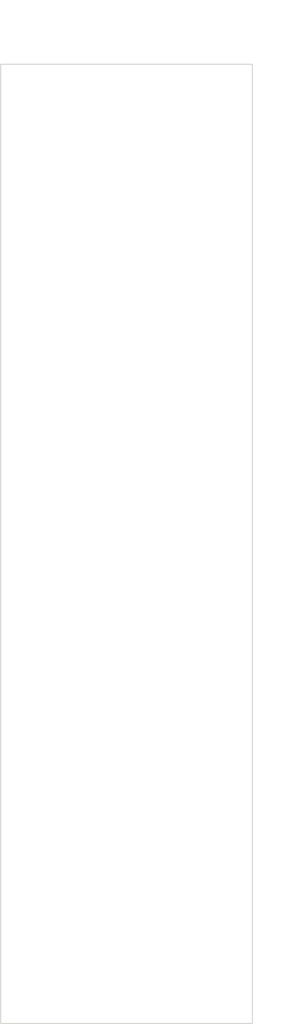
<source format=kicad_pcb>
(kicad_pcb (version 20171130) (host pcbnew "(5.1.7)-1")

  (general
    (thickness 1.6)
    (drawings 6)
    (tracks 0)
    (zones 0)
    (modules 0)
    (nets 1)
  )

  (page A4)
  (layers
    (0 F.Cu signal)
    (31 B.Cu signal)
    (32 B.Adhes user)
    (33 F.Adhes user)
    (34 B.Paste user)
    (35 F.Paste user)
    (36 B.SilkS user)
    (37 F.SilkS user)
    (38 B.Mask user)
    (39 F.Mask user)
    (40 Dwgs.User user)
    (41 Cmts.User user)
    (42 Eco1.User user)
    (43 Eco2.User user)
    (44 Edge.Cuts user)
    (45 Margin user)
    (46 B.CrtYd user)
    (47 F.CrtYd user)
    (48 B.Fab user)
    (49 F.Fab user)
  )

  (setup
    (last_trace_width 0.25)
    (trace_clearance 0.2)
    (zone_clearance 0.508)
    (zone_45_only no)
    (trace_min 0.2)
    (via_size 0.8)
    (via_drill 0.4)
    (via_min_size 0.4)
    (via_min_drill 0.3)
    (uvia_size 0.3)
    (uvia_drill 0.1)
    (uvias_allowed no)
    (uvia_min_size 0.2)
    (uvia_min_drill 0.1)
    (edge_width 0.05)
    (segment_width 0.2)
    (pcb_text_width 0.3)
    (pcb_text_size 1.5 1.5)
    (mod_edge_width 0.12)
    (mod_text_size 1 1)
    (mod_text_width 0.15)
    (pad_size 1.524 1.524)
    (pad_drill 0.762)
    (pad_to_mask_clearance 0)
    (aux_axis_origin 0 0)
    (grid_origin 12 12)
    (visible_elements FFFFFF7F)
    (pcbplotparams
      (layerselection 0x010fc_ffffffff)
      (usegerberextensions false)
      (usegerberattributes true)
      (usegerberadvancedattributes true)
      (creategerberjobfile true)
      (excludeedgelayer true)
      (linewidth 0.100000)
      (plotframeref false)
      (viasonmask false)
      (mode 1)
      (useauxorigin false)
      (hpglpennumber 1)
      (hpglpenspeed 20)
      (hpglpendiameter 15.000000)
      (psnegative false)
      (psa4output false)
      (plotreference true)
      (plotvalue true)
      (plotinvisibletext false)
      (padsonsilk false)
      (subtractmaskfromsilk false)
      (outputformat 1)
      (mirror false)
      (drillshape 1)
      (scaleselection 1)
      (outputdirectory ""))
  )

  (net 0 "")

  (net_class Default "This is the default net class."
    (clearance 0.2)
    (trace_width 0.25)
    (via_dia 0.8)
    (via_drill 0.4)
    (uvia_dia 0.3)
    (uvia_drill 0.1)
  )

  (dimension 100 (width 0.15) (layer Dwgs.User)
    (gr_text "100.000 mm" (at 41.6 62 270) (layer Dwgs.User)
      (effects (font (size 1 1) (thickness 0.15)))
    )
    (feature1 (pts (xy 38.3 112) (xy 40.886421 112)))
    (feature2 (pts (xy 38.3 12) (xy 40.886421 12)))
    (crossbar (pts (xy 40.3 12) (xy 40.3 112)))
    (arrow1a (pts (xy 40.3 112) (xy 39.713579 110.873496)))
    (arrow1b (pts (xy 40.3 112) (xy 40.886421 110.873496)))
    (arrow2a (pts (xy 40.3 12) (xy 39.713579 13.126504)))
    (arrow2b (pts (xy 40.3 12) (xy 40.886421 13.126504)))
  )
  (dimension 26.3 (width 0.15) (layer Dwgs.User)
    (gr_text "26.300 mm" (at 25.15 6) (layer Dwgs.User)
      (effects (font (size 1 1) (thickness 0.15)))
    )
    (feature1 (pts (xy 38.3 12) (xy 38.3 6.713579)))
    (feature2 (pts (xy 12 12) (xy 12 6.713579)))
    (crossbar (pts (xy 12 7.3) (xy 38.3 7.3)))
    (arrow1a (pts (xy 38.3 7.3) (xy 37.173496 7.886421)))
    (arrow1b (pts (xy 38.3 7.3) (xy 37.173496 6.713579)))
    (arrow2a (pts (xy 12 7.3) (xy 13.126504 7.886421)))
    (arrow2b (pts (xy 12 7.3) (xy 13.126504 6.713579)))
  )
  (gr_line (start 38.3 12) (end 38.3 112) (layer Edge.Cuts) (width 0.1))
  (gr_line (start 12 12) (end 38.3 12) (layer Edge.Cuts) (width 0.1))
  (gr_line (start 12 112) (end 12 12) (layer Edge.Cuts) (width 0.1))
  (gr_line (start 38.3 112) (end 12 112) (layer Edge.Cuts) (width 0.1))

)

</source>
